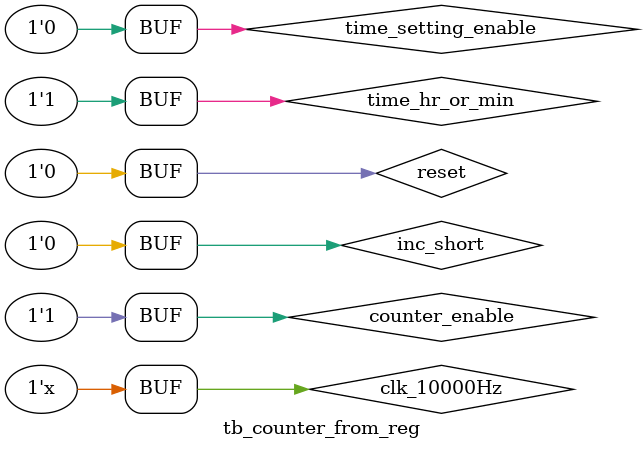
<source format=v>
`timescale 1ms/1ns
module tb_counter_from_reg();

//tb input
reg clk_10000Hz;
reg reset;
reg inc_short;
reg time_setting_enable;
reg time_hr_or_min;
reg counter_enable;


/*******************************************/
//counter out
wire [13:0] seconds;
wire [13:0] minutes;
wire [13:0] hours;
wire [13:0] small_sec;
/*******************************************/


counter counter(
    .clk(clk_10000Hz),
    .reset(reset), 
    .enable(counter_enable),
    .setting_enable(time_setting_enable),
    .set_hr_or_min(time_hr_or_min),
    .inc_short(inc_short),

    .seconds_out(seconds), 
    .minutes_out(minutes), 
    .small_sec_out(small_sec),  
    .hours_out(hours)
);

always #1 clk_10000Hz = ~clk_10000Hz;

initial begin
    clk_10000Hz = 0;
    reset = 1;
    inc_short = 0;
    time_setting_enable = 1;
    time_hr_or_min = 0;
    counter_enable = 0;
    #100
    reset = 0;
    inc_short = 1;
    #50
    inc_short = 0;
    #50
    time_hr_or_min = 1;
    #50
    inc_short = 1;
    #50
    inc_short = 0;
    #50
    time_setting_enable = 0;
    #50
    counter_enable = 1;
end
endmodule 
</source>
